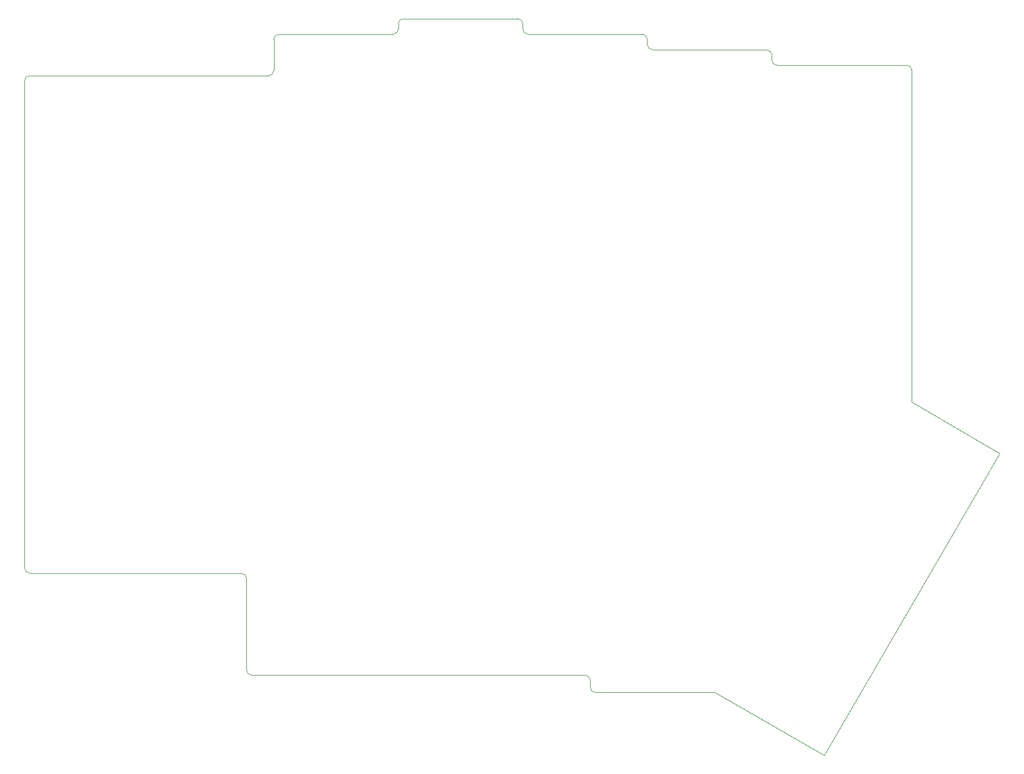
<source format=gbr>
%TF.GenerationSoftware,KiCad,Pcbnew,(5.1.9-0-10_14)*%
%TF.CreationDate,2021-04-25T18:40:37-05:00*%
%TF.ProjectId,wren-plain,7772656e-2d70-46c6-9169-6e2e6b696361,rev?*%
%TF.SameCoordinates,Original*%
%TF.FileFunction,Profile,NP*%
%FSLAX46Y46*%
G04 Gerber Fmt 4.6, Leading zero omitted, Abs format (unit mm)*
G04 Created by KiCad (PCBNEW (5.1.9-0-10_14)) date 2021-04-25 18:40:37*
%MOMM*%
%LPD*%
G01*
G04 APERTURE LIST*
%TA.AperFunction,Profile*%
%ADD10C,0.050000*%
%TD*%
G04 APERTURE END LIST*
D10*
X115881250Y-27781250D02*
X115881250Y-102393750D01*
X116675000Y-26987500D02*
X153209000Y-26987500D01*
X116674750Y-103187250D02*
X145274000Y-103187500D01*
X149028500Y-103187750D02*
X145274000Y-103187500D01*
X149822000Y-117983250D02*
X149822000Y-103981250D01*
X150615500Y-118776750D02*
X201612500Y-118776750D01*
X202406000Y-119570250D02*
X202406000Y-120650000D01*
X150615500Y-118776750D02*
G75*
G02*
X149822000Y-117983250I0J793500D01*
G01*
X251603000Y-76993750D02*
X251603000Y-26193750D01*
X265011000Y-84867750D02*
X251603000Y-76993750D01*
X238214000Y-131095750D02*
X265011000Y-84867750D01*
X221450000Y-121443750D02*
X238214000Y-131095750D01*
X203199500Y-121443500D02*
X221450000Y-121443750D01*
X203199500Y-121443500D02*
G75*
G02*
X202406000Y-120650000I0J793500D01*
G01*
X201612500Y-118776750D02*
G75*
G02*
X202406000Y-119570250I0J-793500D01*
G01*
X149028500Y-103187750D02*
G75*
G02*
X149822000Y-103981250I0J-793500D01*
G01*
X116674750Y-103187250D02*
G75*
G02*
X115881250Y-102393750I0J793500D01*
G01*
X115881250Y-27781250D02*
G75*
G02*
X116675000Y-26987500I793750J0D01*
G01*
X154002750Y-26193750D02*
G75*
G02*
X153209000Y-26987500I-793750J0D01*
G01*
X154002250Y-21431250D02*
X154002500Y-26193750D01*
X154002250Y-21431250D02*
G75*
G02*
X154796000Y-20637500I793750J0D01*
G01*
X172253000Y-20637500D02*
X154796000Y-20637500D01*
X173046750Y-19843750D02*
G75*
G02*
X172253000Y-20637500I-793750J0D01*
G01*
X173046250Y-19050000D02*
X173046500Y-19843750D01*
X173046250Y-19050000D02*
G75*
G02*
X173840000Y-18256250I793750J0D01*
G01*
X191297000Y-18256500D02*
X173840000Y-18256250D01*
X191297000Y-18256500D02*
G75*
G02*
X192090500Y-19050000I0J-793500D01*
G01*
X192090500Y-19843750D02*
X192090500Y-19050000D01*
X192884000Y-20637250D02*
G75*
G02*
X192090500Y-19843750I0J793500D01*
G01*
X210341000Y-20637750D02*
X192884000Y-20637500D01*
X210341000Y-20637750D02*
G75*
G02*
X211134500Y-21431250I0J-793500D01*
G01*
X211134500Y-22225000D02*
X211134500Y-21431250D01*
X211928000Y-23018500D02*
G75*
G02*
X211134500Y-22225000I0J793500D01*
G01*
X229385000Y-23019000D02*
X211928000Y-23018750D01*
X230178500Y-23812500D02*
X230178500Y-24606250D01*
X229385000Y-23019000D02*
G75*
G02*
X230178500Y-23812500I0J-793500D01*
G01*
X230972000Y-25399750D02*
G75*
G02*
X230178500Y-24606250I0J793500D01*
G01*
X250809500Y-25400250D02*
X230972000Y-25400000D01*
X250809500Y-25400250D02*
G75*
G02*
X251603000Y-26193750I0J-793500D01*
G01*
M02*

</source>
